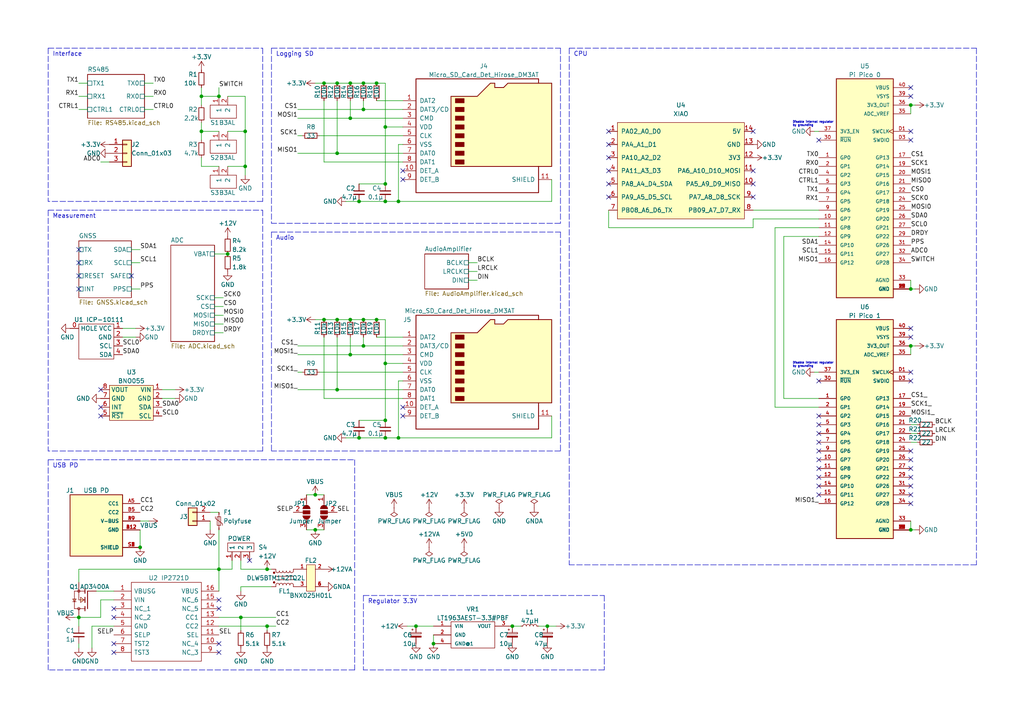
<source format=kicad_sch>
(kicad_sch (version 20211123) (generator eeschema)
  (paper "A4")
  (junction (at 101.6 102.87))
  (junction (at 111.76 36.83))
  (junction (at 111.76 58.42))
  (junction (at 97.79 24.13))
  (junction (at 91.44 143.51))
  (junction (at 97.79 92.71))
  (junction (at 77.47 181.61))
  (junction (at 66.04 73.66))
  (junction (at 111.76 127))
  (junction (at 91.44 153.67))
  (junction (at 101.6 24.13))
  (junction (at 101.6 92.71))
  (junction (at 40.64 158.75))
  (junction (at 264.16 30.48))
  (junction (at 105.41 24.13))
  (junction (at 97.79 44.45))
  (junction (at 71.12 48.26))
  (junction (at 264.16 153.67))
  (junction (at 111.76 121.92))
  (junction (at 104.14 58.42))
  (junction (at 101.6 34.29))
  (junction (at 58.42 27.94))
  (junction (at 264.16 100.33))
  (junction (at 63.5 27.94))
  (junction (at 148.59 181.61))
  (junction (at 69.85 179.07))
  (junction (at 109.22 92.71))
  (junction (at 22.86 179.07))
  (junction (at 97.79 113.03))
  (junction (at 125.73 186.69))
  (junction (at 105.41 31.75))
  (junction (at 158.75 181.61))
  (junction (at 264.16 83.82))
  (junction (at 109.22 24.13))
  (junction (at 77.47 165.1))
  (junction (at 93.98 92.71))
  (junction (at 58.42 38.1))
  (junction (at 120.65 181.61))
  (junction (at 71.12 38.1))
  (junction (at 104.14 127))
  (junction (at 111.76 53.34))
  (junction (at 93.98 24.13))
  (junction (at 105.41 92.71))
  (junction (at 63.5 165.1))
  (junction (at 115.57 58.42))
  (junction (at 105.41 100.33))
  (junction (at 111.76 105.41))
  (junction (at 115.57 127))
  (no_connect (at 116.84 120.65))
  (no_connect (at 116.84 118.11))
  (no_connect (at 264.16 40.64))
  (no_connect (at 264.16 38.1))
  (no_connect (at 116.84 52.07))
  (no_connect (at 116.84 49.53))
  (no_connect (at 29.21 113.03))
  (no_connect (at 29.21 120.65))
  (no_connect (at 237.49 110.49))
  (no_connect (at 72.39 162.56))
  (no_connect (at 264.16 27.94))
  (no_connect (at 264.16 25.4))
  (no_connect (at 218.44 38.1))
  (no_connect (at 63.5 176.53))
  (no_connect (at 63.5 173.99))
  (no_connect (at 29.21 118.11))
  (no_connect (at 176.53 45.72))
  (no_connect (at 176.53 38.1))
  (no_connect (at 176.53 41.91))
  (no_connect (at 176.53 49.53))
  (no_connect (at 176.53 53.34))
  (no_connect (at 218.44 49.53))
  (no_connect (at 218.44 57.15))
  (no_connect (at 218.44 53.34))
  (no_connect (at 176.53 57.15))
  (no_connect (at 33.02 179.07))
  (no_connect (at 33.02 176.53))
  (no_connect (at 63.5 189.23))
  (no_connect (at 63.5 186.69))
  (no_connect (at 38.1 80.01))
  (no_connect (at 22.86 72.39))
  (no_connect (at 22.86 83.82))
  (no_connect (at 22.86 80.01))
  (no_connect (at 22.86 76.2))
  (no_connect (at 264.16 95.25))
  (no_connect (at 237.49 40.64))
  (no_connect (at 264.16 97.79))
  (no_connect (at 33.02 186.69))
  (no_connect (at 33.02 189.23))
  (no_connect (at 264.16 107.95))
  (no_connect (at 264.16 110.49))
  (no_connect (at 237.49 143.51))
  (no_connect (at 237.49 138.43))
  (no_connect (at 237.49 135.89))
  (no_connect (at 264.16 138.43))
  (no_connect (at 264.16 135.89))
  (no_connect (at 264.16 133.35))
  (no_connect (at 264.16 130.81))
  (no_connect (at 237.49 120.65))
  (no_connect (at 264.16 146.05))
  (no_connect (at 264.16 143.51))
  (no_connect (at 264.16 140.97))
  (no_connect (at 237.49 140.97))
  (no_connect (at 237.49 133.35))
  (no_connect (at 237.49 130.81))
  (no_connect (at 237.49 128.27))
  (no_connect (at 237.49 125.73))
  (no_connect (at 237.49 123.19))
  (wire (pts (xy 71.12 38.1) (xy 71.12 48.26)))
  (wire (pts (xy 97.79 92.71) (xy 93.98 92.71)))
  (wire (pts (xy 109.22 92.71) (xy 105.41 92.71)))
  (polyline (pts (xy 162.56 13.97) (xy 162.56 64.77)))
  (wire (pts (xy 116.84 41.91) (xy 115.57 41.91)))
  (wire (pts (xy 29.21 46.99) (xy 31.75 46.99)))
  (wire (pts (xy 116.84 110.49) (xy 115.57 110.49)))
  (polyline (pts (xy 102.87 133.35) (xy 102.87 194.31)))
  (wire (pts (xy 105.41 29.21) (xy 105.41 31.75)))
  (wire (pts (xy 93.98 46.99) (xy 93.98 29.21)))
  (wire (pts (xy 62.23 96.52) (xy 64.77 96.52)))
  (wire (pts (xy 264.16 123.19) (xy 266.065 123.19)))
  (wire (pts (xy 111.76 127) (xy 115.57 127)))
  (wire (pts (xy 21.59 179.07) (xy 22.86 179.07)))
  (wire (pts (xy 111.76 36.83) (xy 111.76 24.13)))
  (wire (pts (xy 58.42 38.1) (xy 58.42 40.64)))
  (polyline (pts (xy 162.56 130.81) (xy 78.74 130.81)))
  (wire (pts (xy 236.22 107.95) (xy 237.49 107.95)))
  (wire (pts (xy 50.8 113.03) (xy 46.99 113.03)))
  (wire (pts (xy 100.33 58.42) (xy 104.14 58.42)))
  (wire (pts (xy 38.1 83.82) (xy 40.64 83.82)))
  (wire (pts (xy 111.76 58.42) (xy 115.57 58.42)))
  (wire (pts (xy 80.01 181.61) (xy 77.47 181.61)))
  (wire (pts (xy 60.96 148.59) (xy 63.5 148.59)))
  (wire (pts (xy 125.73 184.15) (xy 125.73 186.69)))
  (polyline (pts (xy 283.21 163.83) (xy 165.1 163.83)))
  (wire (pts (xy 104.14 53.34) (xy 111.76 53.34)))
  (wire (pts (xy 27.94 171.45) (xy 33.02 171.45)))
  (wire (pts (xy 100.33 127) (xy 104.14 127)))
  (wire (pts (xy 67.31 165.1) (xy 67.31 162.56)))
  (wire (pts (xy 264.16 100.33) (xy 264.16 102.87)))
  (wire (pts (xy 97.79 113.03) (xy 116.84 113.03)))
  (wire (pts (xy 264.16 100.33) (xy 265.43 100.33)))
  (wire (pts (xy 160.02 127) (xy 160.02 120.65)))
  (wire (pts (xy 264.16 151.13) (xy 264.16 153.67)))
  (wire (pts (xy 22.86 165.1) (xy 22.86 168.91)))
  (wire (pts (xy 86.36 44.45) (xy 97.79 44.45)))
  (wire (pts (xy 63.5 165.1) (xy 67.31 165.1)))
  (polyline (pts (xy 162.56 67.31) (xy 162.56 130.81)))
  (wire (pts (xy 105.41 97.79) (xy 105.41 100.33)))
  (wire (pts (xy 58.42 38.1) (xy 63.5 38.1)))
  (wire (pts (xy 101.6 29.21) (xy 101.6 34.29)))
  (wire (pts (xy 22.86 31.75) (xy 25.4 31.75)))
  (wire (pts (xy 22.86 179.07) (xy 29.21 179.07)))
  (wire (pts (xy 111.76 24.13) (xy 109.22 24.13)))
  (wire (pts (xy 26.67 181.61) (xy 26.67 187.96)))
  (polyline (pts (xy 13.97 13.97) (xy 76.2 13.97)))
  (wire (pts (xy 86.36 31.75) (xy 105.41 31.75)))
  (wire (pts (xy 77.47 165.1) (xy 78.74 165.1)))
  (wire (pts (xy 105.41 31.75) (xy 116.84 31.75)))
  (wire (pts (xy 101.6 34.29) (xy 116.84 34.29)))
  (polyline (pts (xy 175.26 172.72) (xy 175.26 194.31)))
  (wire (pts (xy 86.36 39.37) (xy 87.63 39.37)))
  (wire (pts (xy 80.01 179.07) (xy 69.85 179.07)))
  (wire (pts (xy 66.04 38.1) (xy 71.12 38.1)))
  (wire (pts (xy 22.86 165.1) (xy 63.5 165.1)))
  (polyline (pts (xy 13.97 60.96) (xy 76.2 60.96)))
  (wire (pts (xy 237.49 68.58) (xy 227.33 68.58)))
  (wire (pts (xy 176.53 66.04) (xy 176.53 60.96)))
  (wire (pts (xy 264.16 128.27) (xy 266.065 128.27)))
  (polyline (pts (xy 76.2 60.96) (xy 76.2 130.81)))
  (wire (pts (xy 97.79 44.45) (xy 116.84 44.45)))
  (wire (pts (xy 116.84 105.41) (xy 111.76 105.41)))
  (wire (pts (xy 63.5 27.94) (xy 63.5 25.4)))
  (wire (pts (xy 111.76 105.41) (xy 111.76 121.92)))
  (wire (pts (xy 93.98 92.71) (xy 91.44 92.71)))
  (wire (pts (xy 38.1 72.39) (xy 40.64 72.39)))
  (wire (pts (xy 69.85 165.1) (xy 77.47 165.1)))
  (wire (pts (xy 86.36 102.87) (xy 101.6 102.87)))
  (wire (pts (xy 109.22 97.79) (xy 116.84 97.79)))
  (wire (pts (xy 91.44 153.67) (xy 93.98 153.67)))
  (wire (pts (xy 69.85 170.18) (xy 78.74 170.18)))
  (wire (pts (xy 63.5 171.45) (xy 63.5 165.1)))
  (wire (pts (xy 43.18 151.13) (xy 40.64 151.13)))
  (polyline (pts (xy 13.97 133.35) (xy 102.87 133.35)))
  (wire (pts (xy 264.16 30.48) (xy 264.16 33.02)))
  (wire (pts (xy 135.89 78.74) (xy 138.43 78.74)))
  (wire (pts (xy 38.1 76.2) (xy 40.64 76.2)))
  (wire (pts (xy 218.44 63.5) (xy 218.44 66.04)))
  (wire (pts (xy 41.91 24.13) (xy 44.45 24.13)))
  (wire (pts (xy 29.21 173.99) (xy 33.02 173.99)))
  (wire (pts (xy 22.86 24.13) (xy 25.4 24.13)))
  (wire (pts (xy 63.5 153.67) (xy 63.5 165.1)))
  (wire (pts (xy 97.79 97.79) (xy 97.79 113.03)))
  (polyline (pts (xy 175.26 194.31) (xy 105.41 194.31)))
  (wire (pts (xy 115.57 127) (xy 160.02 127)))
  (polyline (pts (xy 105.41 172.72) (xy 105.41 194.31)))
  (wire (pts (xy 116.84 115.57) (xy 93.98 115.57)))
  (wire (pts (xy 66.04 48.26) (xy 71.12 48.26)))
  (wire (pts (xy 88.9 143.51) (xy 91.44 143.51)))
  (wire (pts (xy 101.6 102.87) (xy 116.84 102.87)))
  (wire (pts (xy 115.57 58.42) (xy 160.02 58.42)))
  (wire (pts (xy 224.79 118.11) (xy 237.49 118.11)))
  (wire (pts (xy 156.21 181.61) (xy 158.75 181.61)))
  (wire (pts (xy 111.76 36.83) (xy 111.76 53.34)))
  (wire (pts (xy 58.42 35.56) (xy 58.42 38.1)))
  (wire (pts (xy 62.23 88.9) (xy 64.77 88.9)))
  (wire (pts (xy 41.91 31.75) (xy 44.45 31.75)))
  (wire (pts (xy 93.98 24.13) (xy 91.44 24.13)))
  (wire (pts (xy 58.42 48.26) (xy 63.5 48.26)))
  (wire (pts (xy 224.79 66.04) (xy 224.79 118.11)))
  (wire (pts (xy 33.02 181.61) (xy 26.67 181.61)))
  (wire (pts (xy 264.16 125.73) (xy 266.065 125.73)))
  (polyline (pts (xy 78.74 13.97) (xy 162.56 13.97)))
  (wire (pts (xy 111.76 92.71) (xy 109.22 92.71)))
  (wire (pts (xy 22.86 179.07) (xy 22.86 181.61)))
  (wire (pts (xy 41.91 27.94) (xy 44.45 27.94)))
  (wire (pts (xy 237.49 63.5) (xy 218.44 63.5)))
  (wire (pts (xy 39.37 95.25) (xy 35.56 95.25)))
  (wire (pts (xy 69.85 179.07) (xy 69.85 182.88)))
  (wire (pts (xy 101.6 24.13) (xy 97.79 24.13)))
  (wire (pts (xy 86.36 34.29) (xy 101.6 34.29)))
  (wire (pts (xy 29.21 179.07) (xy 29.21 173.99)))
  (wire (pts (xy 218.44 60.96) (xy 237.49 60.96)))
  (polyline (pts (xy 102.87 194.31) (xy 13.97 194.31)))
  (wire (pts (xy 101.6 97.79) (xy 101.6 102.87)))
  (wire (pts (xy 265.43 153.67) (xy 264.16 153.67)))
  (wire (pts (xy 236.22 38.1) (xy 237.49 38.1)))
  (wire (pts (xy 40.64 153.67) (xy 40.64 158.75)))
  (polyline (pts (xy 13.97 133.35) (xy 13.97 194.31)))
  (wire (pts (xy 104.14 127) (xy 111.76 127)))
  (wire (pts (xy 39.37 97.79) (xy 35.56 97.79)))
  (wire (pts (xy 77.47 181.61) (xy 63.5 181.61)))
  (polyline (pts (xy 76.2 58.42) (xy 13.97 58.42)))
  (wire (pts (xy 60.96 153.67) (xy 60.96 151.13)))
  (wire (pts (xy 116.84 36.83) (xy 111.76 36.83)))
  (wire (pts (xy 104.14 121.92) (xy 111.76 121.92)))
  (wire (pts (xy 86.36 113.03) (xy 97.79 113.03)))
  (wire (pts (xy 104.14 58.42) (xy 111.76 58.42)))
  (polyline (pts (xy 76.2 13.97) (xy 76.2 58.42)))
  (wire (pts (xy 58.42 27.94) (xy 63.5 27.94)))
  (wire (pts (xy 105.41 92.71) (xy 101.6 92.71)))
  (wire (pts (xy 227.33 68.58) (xy 227.33 115.57)))
  (wire (pts (xy 69.85 162.56) (xy 69.85 165.1)))
  (wire (pts (xy 109.22 29.21) (xy 116.84 29.21)))
  (polyline (pts (xy 78.74 67.31) (xy 162.56 67.31)))
  (wire (pts (xy 101.6 92.71) (xy 97.79 92.71)))
  (wire (pts (xy 92.71 39.37) (xy 116.84 39.37)))
  (wire (pts (xy 88.9 153.67) (xy 91.44 153.67)))
  (wire (pts (xy 86.36 100.33) (xy 105.41 100.33)))
  (wire (pts (xy 160.02 58.42) (xy 160.02 52.07)))
  (wire (pts (xy 71.12 48.26) (xy 71.12 50.8)))
  (polyline (pts (xy 78.74 67.31) (xy 78.74 130.81)))
  (wire (pts (xy 265.43 83.82) (xy 264.16 83.82)))
  (wire (pts (xy 66.04 27.94) (xy 71.12 27.94)))
  (wire (pts (xy 109.22 24.13) (xy 105.41 24.13)))
  (wire (pts (xy 135.89 81.28) (xy 138.43 81.28)))
  (wire (pts (xy 115.57 41.91) (xy 115.57 58.42)))
  (wire (pts (xy 218.44 66.04) (xy 176.53 66.04)))
  (wire (pts (xy 148.59 181.61) (xy 151.13 181.61)))
  (polyline (pts (xy 283.21 13.97) (xy 283.21 163.83)))
  (wire (pts (xy 62.23 86.36) (xy 64.77 86.36)))
  (wire (pts (xy 97.79 24.13) (xy 93.98 24.13)))
  (wire (pts (xy 50.8 115.57) (xy 46.99 115.57)))
  (wire (pts (xy 118.11 181.61) (xy 120.65 181.61)))
  (wire (pts (xy 91.44 143.51) (xy 93.98 143.51)))
  (wire (pts (xy 62.23 91.44) (xy 64.77 91.44)))
  (wire (pts (xy 58.42 27.94) (xy 58.42 30.48)))
  (wire (pts (xy 62.23 93.98) (xy 64.77 93.98)))
  (wire (pts (xy 120.65 181.61) (xy 125.73 181.61)))
  (polyline (pts (xy 78.74 13.97) (xy 78.74 64.77)))
  (wire (pts (xy 58.42 25.4) (xy 58.42 27.94)))
  (polyline (pts (xy 105.41 172.72) (xy 175.26 172.72)))
  (wire (pts (xy 135.89 76.2) (xy 138.43 76.2)))
  (wire (pts (xy 158.75 181.61) (xy 161.29 181.61)))
  (wire (pts (xy 22.86 186.69) (xy 22.86 187.96)))
  (wire (pts (xy 105.41 100.33) (xy 116.84 100.33)))
  (wire (pts (xy 62.23 73.66) (xy 66.04 73.66)))
  (polyline (pts (xy 13.97 13.97) (xy 13.97 58.42)))
  (wire (pts (xy 86.36 107.95) (xy 87.63 107.95)))
  (wire (pts (xy 115.57 110.49) (xy 115.57 127)))
  (wire (pts (xy 92.71 107.95) (xy 116.84 107.95)))
  (wire (pts (xy 116.84 46.99) (xy 93.98 46.99)))
  (wire (pts (xy 237.49 66.04) (xy 224.79 66.04)))
  (polyline (pts (xy 162.56 64.77) (xy 78.74 64.77)))
  (polyline (pts (xy 165.1 13.97) (xy 283.21 13.97)))
  (wire (pts (xy 71.12 27.94) (xy 71.12 38.1)))
  (wire (pts (xy 227.33 115.57) (xy 237.49 115.57)))
  (polyline (pts (xy 165.1 13.97) (xy 165.1 163.83)))
  (polyline (pts (xy 76.2 130.81) (xy 13.97 130.81)))
  (wire (pts (xy 69.85 179.07) (xy 63.5 179.07)))
  (wire (pts (xy 93.98 115.57) (xy 93.98 97.79)))
  (wire (pts (xy 264.16 81.28) (xy 264.16 83.82)))
  (wire (pts (xy 97.79 29.21) (xy 97.79 44.45)))
  (polyline (pts (xy 13.97 60.96) (xy 13.97 130.81)))
  (wire (pts (xy 22.86 27.94) (xy 25.4 27.94)))
  (wire (pts (xy 58.42 45.72) (xy 58.42 48.26)))
  (wire (pts (xy 77.47 181.61) (xy 77.47 182.88)))
  (wire (pts (xy 111.76 105.41) (xy 111.76 92.71)))
  (wire (pts (xy 105.41 24.13) (xy 101.6 24.13)))
  (wire (pts (xy 264.16 30.48) (xy 265.43 30.48)))
  (wire (pts (xy 69.85 171.45) (xy 69.85 170.18)))
  (text "CPU" (at 166.37 16.51 0) (effects (font (size 1.27 1.27)) (justify left bottom)))
  (text "Measurement" (at 15.24 63.5 0) (effects (font (size 1.27 1.27)) (justify left bottom)))
  (text "Audio" (at 80.01 69.85 0) (effects (font (size 1.27 1.27)) (justify left bottom)))
  (text "USB PD" (at 15.24 135.89 0) (effects (font (size 1.27 1.27)) (justify left bottom)))
  (text "Interface" (at 15.24 16.51 0) (effects (font (size 1.27 1.27)) (justify left bottom)))
  (text "Disable internal regulator \nby grounding " (at 229.87 106.68 0) (effects (font (size 0.6 0.6)) (justify left bottom)))
  (text "Regulator 3.3V" (at 106.68 175.26 0) (effects (font (size 1.27 1.27)) (justify left bottom)))
  (text "Disable internal regulator \nby grounding " (at 229.87 36.83 0) (effects (font (size 0.6 0.6)) (justify left bottom)))
  (text "Logging SD" (at 80.01 16.51 0) (effects (font (size 1.27 1.27)) (justify left bottom)))
  (label "CS1_" (at 264.16 115.57 0))
  (label "CC1" (at 80.01 179.07 0))
  (label "ADC0" (at 29.21 46.99 180))
  (label "DIN" (at 138.43 81.28 0))
  (label "SCK1_" (at 264.16 118.11 0))
  (label "SDA1" (at 237.49 71.12 180))
  (label "MISO1" (at 86.36 44.45 180))
  (label "CS0" (at 264.16 55.88 0))
  (label "SCK1" (at 264.16 48.26 0))
  (label "TX0" (at 237.49 45.72 180))
  (label "DRDY" (at 264.16 68.58 0))
  (label "MISO0" (at 64.77 93.98 0))
  (label "SWITCH" (at 63.5 25.4 0))
  (label "CC2" (at 40.64 148.59 0))
  (label "SCL0" (at 264.16 66.04 0))
  (label "SDA0" (at 264.16 63.5 0))
  (label "MOSI1_" (at 86.36 102.87 180))
  (label "SCL0" (at 46.99 120.65 0))
  (label "PPS" (at 264.16 71.12 0))
  (label "SEL" (at 97.79 148.59 0))
  (label "DRDY" (at 64.77 96.52 0))
  (label "CS1" (at 264.16 45.72 0))
  (label "BCLK" (at 271.145 123.19 0))
  (label "SCL0" (at 35.56 100.33 0))
  (label "CC1" (at 40.64 146.05 0))
  (label "ADC0" (at 264.16 73.66 0))
  (label "SELP" (at 85.09 148.59 180))
  (label "SCL1" (at 40.64 76.2 0))
  (label "SCK0" (at 64.77 86.36 0))
  (label "MOSI1_" (at 264.16 120.65 0))
  (label "CTRL0" (at 237.49 50.8 180))
  (label "CTRL1" (at 237.49 53.34 180))
  (label "MOSI1" (at 86.36 34.29 180))
  (label "SDA1" (at 40.64 72.39 0))
  (label "MOSI0" (at 64.77 91.44 0))
  (label "LRCLK" (at 271.145 125.73 0))
  (label "RX0" (at 237.49 48.26 180))
  (label "RX1" (at 237.49 58.42 180))
  (label "TX0" (at 44.45 24.13 0))
  (label "BCLK" (at 138.43 76.2 0))
  (label "RX0" (at 44.45 27.94 0))
  (label "CS1_" (at 86.36 100.33 180))
  (label "PPS" (at 40.64 83.82 0))
  (label "SCL1" (at 237.49 73.66 180))
  (label "DIN" (at 271.145 128.27 0))
  (label "SCK1_" (at 86.36 107.95 180))
  (label "SELP" (at 33.02 184.15 180))
  (label "RX1" (at 22.86 27.94 180))
  (label "SWITCH" (at 264.16 76.2 0))
  (label "SDA0" (at 35.56 102.87 0))
  (label "MOSI1" (at 264.16 50.8 0))
  (label "SEL" (at 63.5 184.15 0))
  (label "CS0" (at 64.77 88.9 0))
  (label "MISO1_" (at 237.49 146.05 180))
  (label "CS1" (at 86.36 31.75 180))
  (label "SCK1" (at 86.36 39.37 180))
  (label "LRCLK" (at 138.43 78.74 0))
  (label "TX1" (at 237.49 55.88 180))
  (label "MOSI0" (at 264.16 60.96 0))
  (label "MISO1" (at 237.49 76.2 180))
  (label "TX1" (at 22.86 24.13 180))
  (label "MISO1_" (at 86.36 113.03 180))
  (label "CTRL0" (at 44.45 31.75 0))
  (label "CC2" (at 80.01 181.61 0))
  (label "SCK0" (at 264.16 58.42 0))
  (label "MISO0" (at 264.16 53.34 0))
  (label "SDA0" (at 46.99 118.11 0))
  (label "CTRL1" (at 22.86 31.75 180))
  (symbol (lib_id "power:PWR_FLAG") (at 134.62 158.75 180) (unit 1)
    (property "Reference" "#FLG05" (effects hide))
    (property "Value" "PWR_FLAG" (at 134.62 162.56 0))
  )
  (symbol (lib_id "Jumper:SolderJumper_3_Open") (at 93.98 148.59 90) (mirror x) (unit 1)
    (property "Reference" "JP2" (at 97.79 146.05 90) (effects (justify left)))
    (property "Value" "Jumper" (at 99.06 151.13 90) (effects (justify left)))
    (property "Footprint" "Jumper:SolderJumper-3_P2.0mm_Open_TrianglePad1.0x1.5mm_NumberLabels" (effects hide))
  )
  (symbol (lib_id "power:GNDA") (at 154.94 147.32 0) (unit 1)
    (property "Reference" "#PWR041" (effects hide))
    (property "Value" "GNDA" (at 154.94 151.13 0))
  )
  (symbol (lib_id "power:GND") (at 69.85 171.45 0) (unit 1)
    (property "Reference" "#PWR018" (effects hide))
    (property "Value" "GND" (at 69.85 175.26 0))
  )
  (symbol (lib_id "Device:R_Small") (at 93.98 95.25 180) (unit 1)
    (property "Reference" "R11" (at 92.075 95.25 90))
    (property "Value" "10k" (at 93.98 95.25 90))
    (property "Footprint" "Resistor_SMD:R_0603_1608Metric_Pad0.98x0.95mm_HandSolder" (effects hide))
  )
  (symbol (lib_id "Raspberry_Pi_Pico:SC0915") (at 250.19 53.34 0) (unit 1)
    (property "Reference" "U5" (at 250.825 19.1602 0))
    (property "Value" "Pi Pico 0" (at 250.825 21.6971 0))
    (property "Footprint" "Raspberry_Pi_Pico:Raspberry_Pi_Pico" (effects hide))
    (property "MAXIMUM_PACKAGE_HEIGHT" "3.73mm" (effects hide))
    (property "MANUFACTURER" "Raspberry Pi" (effects hide))
    (property "PARTREV" "1.6" (effects hide))
    (property "STANDARD" "Manufacturer Recommendations" (effects hide))
  )
  (symbol (lib_id "Device:R_Small") (at 90.17 39.37 90) (unit 1)
    (property "Reference" "R8" (at 90.17 36.83 90))
    (property "Value" "33" (at 90.17 39.37 90))
    (property "Footprint" "Resistor_SMD:R_0603_1608Metric_Pad0.98x0.95mm_HandSolder" (effects hide))
  )
  (symbol (lib_id "power:+12V") (at 118.11 181.61 90) (unit 1)
    (property "Reference" "#PWR032" (effects hide))
    (property "Value" "+12V" (at 115.57 181.61 90) (effects (justify left)))
  )
  (symbol (lib_id "power:GND") (at 100.33 127 270) (unit 1)
    (property "Reference" "#PWR030" (effects hide))
    (property "Value" "GND" (at 97.79 127 90) (effects (justify right)))
  )
  (symbol (lib_id "power:GND") (at 91.44 153.67 0) (unit 1)
    (property "Reference" "#PWR026" (effects hide))
    (property "Value" "GND" (at 91.44 157.48 0))
  )
  (symbol (lib_id "power:GND") (at 29.21 115.57 270) (unit 1)
    (property "Reference" "#PWR05" (effects hide))
    (property "Value" "GND" (at 24.13 115.57 90))
  )
  (symbol (lib_id "power:GND") (at 69.85 187.96 0) (unit 1)
    (property "Reference" "#PWR019" (effects hide))
    (property "Value" "GND" (at 69.85 191.77 0))
  )
  (symbol (lib_id "Device:R_Small") (at 105.41 95.25 180) (unit 1)
    (property "Reference" "R17" (at 103.505 95.25 90))
    (property "Value" "10k" (at 105.41 95.25 90))
    (property "Footprint" "Resistor_SMD:R_0603_1608Metric_Pad0.98x0.95mm_HandSolder" (effects hide))
  )
  (symbol (lib_id "Device:R_Small") (at 69.85 185.42 0) (unit 1)
    (property "Reference" "R6" (at 71.12 184.15 0) (effects (justify left)))
    (property "Value" "5.1k" (at 71.12 186.69 0) (effects (justify left)))
    (property "Footprint" "Resistor_SMD:R_0603_1608Metric_Pad0.98x0.95mm_HandSolder" (effects hide))
  )
  (symbol (lib_id "power:GND") (at 148.59 186.69 0) (unit 1)
    (property "Reference" "#PWR040" (effects hide))
    (property "Value" "GND" (at 148.59 190.5 0))
  )
  (symbol (lib_id "Device:R_Small") (at 58.42 43.18 0) (unit 1)
    (property "Reference" "R3" (at 54.61 41.91 0) (effects (justify left)))
    (property "Value" "4.7k" (at 53.34 44.45 0) (effects (justify left)))
    (property "Footprint" "Resistor_SMD:R_0603_1608Metric_Pad0.98x0.95mm_HandSolder" (effects hide))
  )
  (symbol (lib_id "Device:C_Small") (at 104.14 55.88 0) (unit 1)
    (property "Reference" "C2" (at 100.33 54.61 0) (effects (justify left)))
    (property "Value" "4.7μ" (at 99.06 57.15 0) (effects (justify left)))
    (property "Footprint" "Capacitor_SMD:C_0603_1608Metric_Pad1.08x0.95mm_HandSolder" (effects hide))
  )
  (symbol (lib_id "RS_PRO_PCB_Slide_Switch_SPDT_Latching_3A_120V_ac_Top:RS_PRO_PCB_Slide_Switch_SPDT_Latching_3A_120V_ac_Top") (at 69.85 158.75 0) (unit 1)
    (property "Reference" "S4" (at 74.93 158.75 0) (effects (justify left)))
    (property "Value" "POWER" (at 66.04 156.21 0) (effects (justify left)))
    (property "Footprint" "RS_PRO_PCB_Slide_Switch_SPDT_Latching_3A_120V_ac_Top:RS_PRO_PCB_Slide_Switch_SPDT_Latching_3A_120V_ac_Top" (effects hide))
  )
  (symbol (lib_id "Akizuki_BNO055:Akizuki_BNO055") (at 38.1 116.84 0) (mirror y) (unit 1)
    (property "Reference" "U3" (at 38.1 107.95 0))
    (property "Value" "BNO055" (at 38.1 110.49 0))
    (property "Footprint" "Akizuki_BNO055:Akizuki_BNO055" (effects hide))
  )
  (symbol (lib_id "Device:R_Small") (at 268.605 123.19 90) (unit 1)
    (property "Reference" "R20" (at 265.43 121.92 90))
    (property "Value" "22" (at 268.605 123.19 90))
    (property "Footprint" "Resistor_SMD:R_0603_1608Metric_Pad0.98x0.95mm_HandSolder" (effects hide))
  )
  (symbol (lib_id "Device:C_Small") (at 104.14 124.46 0) (unit 1)
    (property "Reference" "C3" (at 100.33 123.19 0) (effects (justify left)))
    (property "Value" "4.7μ" (at 99.06 125.73 0) (effects (justify left)))
    (property "Footprint" "Capacitor_SMD:C_0603_1608Metric_Pad1.08x0.95mm_HandSolder" (effects hide))
  )
  (symbol (lib_id "Device:R_Small") (at 101.6 95.25 180) (unit 1)
    (property "Reference" "R15" (at 99.695 95.25 90))
    (property "Value" "10k" (at 101.6 95.25 90))
    (property "Footprint" "Resistor_SMD:R_0603_1608Metric_Pad0.98x0.95mm_HandSolder" (effects hide))
  )
  (symbol (lib_id "B3AL-1002P-MS:B3AL-1002P-MS") (at 66.04 27.94 270) (unit 1)
    (property "Reference" "S1" (at 60.96 35.56 90) (effects (justify left)))
    (property "Value" "B3AL" (at 63.5 35.56 90) (effects (justify left)))
    (property "Footprint" "B3AL-1002P-MS:B3AL-1002P-MS" (effects hide))
    (property "Datasheet" "https://componentsearchengine.com/Datasheets/1/B3AL-1002P-MS.pdf" (effects hide))
    (property "Description" "OMRON ELECTRONIC COMPONENTS - B3AL-1002P-MS - TACTILE SWITCH, SPST-NO, 0.05A, 16V, SMT" (effects hide))
    (property "Height" "5.4" (effects hide))
    (property "Manufacturer_Name" "Omron Electronics" (effects hide))
    (property "Manufacturer_Part_Number" "B3AL-1002P-MS" (effects hide))
    (property "Mouser Part Number" "653-B3AL-1002P-MS" (effects hide))
    (property "Mouser Price/Stock" "https://www.mouser.co.uk/ProductDetail/Omron-Electronics/B3AL-1002P-MS?qs=HXFqYaX1Q2yMcMO0j50f3A%3D%3D" (effects hide))
    (property "Arrow Part Number" "B3AL-1002P-MS" (effects hide))
    (property "Arrow Price/Stock" "https://www.arrow.com/en/products/b3al-1002p-ms/omron?region=nac" (effects hide))
  )
  (symbol (lib_id "power:GND") (at 20.32 95.25 270) (unit 1)
    (property "Reference" "#PWR01" (effects hide))
    (property "Value" "GND" (at 21.59 97.79 90) (effects (justify right)))
  )
  (symbol (lib_id "power:+3.3V") (at 50.8 113.03 270) (unit 1)
    (property "Reference" "#PWR012" (effects hide))
    (property "Value" "+3.3V" (at 53.34 113.03 90) (effects (justify left)))
  )
  (symbol (lib_id "Device:C_Small") (at 111.76 55.88 0) (unit 1)
    (property "Reference" "C4" (at 107.95 54.61 0) (effects (justify left)))
    (property "Value" "0.1μ" (at 106.68 57.15 0) (effects (justify left)))
    (property "Footprint" "Capacitor_SMD:C_0603_1608Metric_Pad1.08x0.95mm_HandSolder" (effects hide))
  )
  (symbol (lib_id "Seeed_Studio_XIAO_nRF52840_Sense:Seeed_Studio_XIAO_nRF52840_Sense") (at 198.12 49.53 0) (unit 1)
    (property "Reference" "U4" (at 197.485 30.48 0))
    (property "Value" "XIAO" (at 197.485 33.02 0))
    (property "Footprint" "Seeed_Studio_XIAO_nRF52840_Sense:Seeed_Studio_XIAO_nRF52840_Sense" (effects hide))
  )
  (symbol (lib_id "Device:Polyfuse_Small") (at 63.5 151.13 0) (unit 1)
    (property "Reference" "F1" (at 64.77 148.59 0) (effects (justify left)))
    (property "Value" "Polyfuse" (at 64.77 151.13 0) (effects (justify left)))
    (property "Footprint" "ASMDC300F_24-2:ASMDC300F_24-2" (effects hide))
  )
  (symbol (lib_id "B3AL-1002P-MS:B3AL-1002P-MS") (at 66.04 38.1 270) (unit 1)
    (property "Reference" "S2" (at 60.96 45.72 90) (effects (justify left)))
    (property "Value" "B3AL" (at 63.5 45.72 90) (effects (justify left)))
    (property "Footprint" "B3AL-1002P-MS:B3AL-1002P-MS" (effects hide))
    (property "Datasheet" "https://componentsearchengine.com/Datasheets/1/B3AL-1002P-MS.pdf" (effects hide))
    (property "Description" "OMRON ELECTRONIC COMPONENTS - B3AL-1002P-MS - TACTILE SWITCH, SPST-NO, 0.05A, 16V, SMT" (effects hide))
    (property "Height" "5.4" (effects hide))
    (property "Manufacturer_Name" "Omron Electronics" (effects hide))
    (property "Manufacturer_Part_Number" "B3AL-1002P-MS" (effects hide))
    (property "Mouser Part Number" "653-B3AL-1002P-MS" (effects hide))
    (property "Mouser Price/Stock" "https://www.mouser.co.uk/ProductDetail/Omron-Electronics/B3AL-1002P-MS?qs=HXFqYaX1Q2yMcMO0j50f3A%3D%3D" (effects hide))
    (property "Arrow Part Number" "B3AL-1002P-MS" (effects hide))
    (property "Arrow Price/Stock" "https://www.arrow.com/en/products/b3al-1002p-ms/omron?region=nac" (effects hide))
  )
  (symbol (lib_id "power:VBUS") (at 114.3 147.32 0) (unit 1)
    (property "Reference" "#PWR031" (effects hide))
    (property "Value" "VBUS" (at 111.76 143.51 0) (effects (justify left)))
  )
  (symbol (lib_id "Raspberry_Pi_Pico:SC0915") (at 250.19 123.19 0) (unit 1)
    (property "Reference" "U6" (at 250.825 89.0102 0))
    (property "Value" "Pi Pico 1" (at 250.825 91.5471 0))
    (property "Footprint" "Raspberry_Pi_Pico:Raspberry_Pi_Pico" (effects hide))
    (property "MAXIMUM_PACKAGE_HEIGHT" "3.73mm" (effects hide))
    (property "MANUFACTURER" "Raspberry Pi" (effects hide))
    (property "PARTREV" "1.6" (effects hide))
    (property "STANDARD" "Manufacturer Recommendations" (effects hide))
  )
  (symbol (lib_id "power:GND") (at 158.75 186.69 0) (unit 1)
    (property "Reference" "#PWR042" (effects hide))
    (property "Value" "GND" (at 158.75 190.5 0))
  )
  (symbol (lib_id "power:+3.3V") (at 218.44 45.72 270) (unit 1)
    (property "Reference" "#PWR045" (effects hide))
    (property "Value" "+3.3V" (at 220.98 45.72 90) (effects (justify left)))
  )
  (symbol (lib_id "power:GND") (at 265.43 153.67 90) (unit 1)
    (property "Reference" "#PWR051" (effects hide))
    (property "Value" "GND" (at 267.97 153.67 90) (effects (justify right)))
  )
  (symbol (lib_id "Device:C_Polarized_Small") (at 148.59 184.15 0) (unit 1)
    (property "Reference" "C7" (at 144.78 184.15 0) (effects (justify left)))
    (property "Value" "10μ" (at 144.78 186.69 0) (effects (justify left)))
    (property "Footprint" "Capacitor_THT:CP_Radial_D6.3mm_P2.50mm" (effects hide))
  )
  (symbol (lib_id "power:+3.3V") (at 161.29 181.61 270) (mirror x) (unit 1)
    (property "Reference" "#PWR043" (effects hide))
    (property "Value" "+3.3V" (at 163.83 181.61 90) (effects (justify left)))
  )
  (symbol (lib_id "Fermion_Pressure_Sensor_ICP_10111:SEN0516") (at 33.02 104.14 0) (mirror y) (unit 1)
    (property "Reference" "U1" (at 22.86 92.71 0))
    (property "Value" "ICP-10111" (at 30.48 92.71 0))
    (property "Footprint" "Fermion_Pressure_Sensor_ICP_10111:Fermion_Pressure_Sensor_ICP_10111" (effects hide))
  )
  (symbol (lib_id "Jumper:SolderJumper_3_Open") (at 88.9 148.59 270) (unit 1)
    (property "Reference" "JP1" (at 85.09 146.05 90) (effects (justify left)))
    (property "Value" "Jumper" (at 83.82 151.13 90) (effects (justify left)))
    (property "Footprint" "Jumper:SolderJumper-3_P2.0mm_Open_TrianglePad1.0x1.5mm_NumberLabels" (effects hide))
  )
  (symbol (lib_id "power:+3.3V") (at 58.42 20.32 0) (unit 1)
    (property "Reference" "#PWR014" (effects hide))
    (property "Value" "+3.3V" (at 58.42 16.51 0))
  )
  (symbol (lib_id "LT1963AEST-3.3_PBF:LT1963AEST-3.3#PBF") (at 130.81 187.96 0) (unit 1)
    (property "Reference" "VR1" (at 137.16 176.691 0))
    (property "Value" "LT1963AEST-3.3#PBF" (at 137.16 179.2279 0))
    (property "Footprint" "LT1963AEST-3.3_PBF:LT1963AEST-3.3_PBF" (effects hide))
    (property "MPN" "LT1963AEST-3.3#PBF" (effects hide))
    (property "MANUFACTURER" "Linear Technology" (effects hide))
  )
  (symbol (lib_id "power:GND") (at 71.12 50.8 0) (unit 1)
    (property "Reference" "#PWR020" (effects hide))
    (property "Value" "GND" (at 71.12 54.61 0))
  )
  (symbol (lib_id "power:PWR_FLAG") (at 134.62 147.32 180) (unit 1)
    (property "Reference" "#FLG04" (effects hide))
    (property "Value" "PWR_FLAG" (at 134.62 151.13 0))
  )
  (symbol (lib_id "power:+3.3V") (at 91.44 24.13 90) (unit 1)
    (property "Reference" "#PWR023" (effects hide))
    (property "Value" "+3.3V" (at 88.9 24.13 90) (effects (justify left)))
  )
  (symbol (lib_id "Device:R_Small") (at 268.605 125.73 90) (unit 1)
    (property "Reference" "R21" (at 265.43 124.46 90))
    (property "Value" "22" (at 268.605 125.73 90))
    (property "Footprint" "Resistor_SMD:R_0603_1608Metric_Pad0.98x0.95mm_HandSolder" (effects hide))
  )
  (symbol (lib_id "Device:R_Small") (at 93.98 26.67 180) (unit 1)
    (property "Reference" "R10" (at 92.075 26.67 90))
    (property "Value" "10k" (at 93.98 26.67 90))
    (property "Footprint" "Resistor_SMD:R_0603_1608Metric_Pad0.98x0.95mm_HandSolder" (effects hide))
  )
  (symbol (lib_id "power:VBUS") (at 43.18 151.13 270) (unit 1)
    (property "Reference" "#PWR011" (effects hide))
    (property "Value" "VBUS" (at 40.64 152.4 90) (effects (justify left)))
  )
  (symbol (lib_id "Device:R_Small") (at 97.79 26.67 180) (unit 1)
    (property "Reference" "R12" (at 95.885 26.67 90))
    (property "Value" "10k" (at 97.79 26.67 90))
    (property "Footprint" "Resistor_SMD:R_0603_1608Metric_Pad0.98x0.95mm_HandSolder" (effects hide))
  )
  (symbol (lib_id "Device:C_Polarized_Small") (at 158.75 184.15 0) (unit 1)
    (property "Reference" "C8" (at 154.94 184.15 0) (effects (justify left)))
    (property "Value" "47μ" (at 154.94 186.69 0) (effects (justify left)))
    (property "Footprint" "Capacitor_THT:CP_Radial_D10.0mm_P5.00mm" (effects hide))
  )
  (symbol (lib_id "power:GND") (at 120.65 186.69 0) (unit 1)
    (property "Reference" "#PWR033" (effects hide))
    (property "Value" "GND" (at 120.65 190.5 0))
  )
  (symbol (lib_id "power:GND") (at 60.96 153.67 0) (unit 1)
    (property "Reference" "#PWR015" (effects hide))
    (property "Value" "GND" (at 60.96 157.48 0))
  )
  (symbol (lib_id "power:+3.3V") (at 31.75 41.91 90) (unit 1)
    (property "Reference" "#PWR06" (effects hide))
    (property "Value" "+3.3V" (at 29.21 41.91 90) (effects (justify left)))
  )
  (symbol (lib_id "power:PWR_FLAG") (at 114.3 147.32 180) (unit 1)
    (property "Reference" "#FLG01" (effects hide))
    (property "Value" "PWR_FLAG" (at 114.3 151.13 0))
  )
  (symbol (lib_id "IP2721:IP2721D") (at 33.02 171.45 0) (unit 1)
    (property "Reference" "U2" (at 44.45 167.64 0))
    (property "Value" "IP2721D" (at 50.8 167.64 0))
    (property "Footprint" "IP2721:IP2721" (effects hide))
    (property "Datasheet" "https://datasheet.lcsc.com/szlcsc/2006111335_INJOINIC-IP2721_C603176.pdf" (effects hide))
    (property "Description" "TYPEC/PD2.0/PD3.0 Physical Layer IC for USB TYPEC input Interfaces Working voltage: 3V~{25V}  Package: TSSOP16" (effects hide))
    (property "Height" "1.2" (effects hide))
    (property "Manufacturer_Name" "INJOINIC" (effects hide))
    (property "Manufacturer_Part_Number" "IP2721" (effects hide))
  )
  (symbol (lib_id "power:+5VD") (at 134.62 158.75 0) (unit 1)
    (property "Reference" "#PWR038" (effects hide))
    (property "Value" "+5VD" (at 134.62 154.94 0))
  )
  (symbol (lib_id "power:GND") (at 39.37 97.79 90) (unit 1)
    (property "Reference" "#PWR09" (effects hide))
    (property "Value" "GND" (at 41.91 97.79 90) (effects (justify right)))
  )
  (symbol (lib_id "Device:R_Small") (at 66.04 71.12 0) (unit 1)
    (property "Reference" "R4" (at 67.31 69.85 0) (effects (justify left)))
    (property "Value" "8.2k" (at 67.31 72.39 0) (effects (justify left)))
    (property "Footprint" "Resistor_SMD:R_0603_1608Metric_Pad0.98x0.95mm_HandSolder" (effects hide))
  )
  (symbol (lib_id "DLW5BTM142TQ2:DLW5BTM142TQ2L") (at 82.55 167.64 0) (unit 1)
    (property "Reference" "FL1" (at 82.55 171.45 0))
    (property "Value" "DLW5BTM142TQ2L" (at 80.01 167.64 0))
    (property "Footprint" "DLW5BTM142TQ2:DLW5BTM142TQ2" (effects hide))
    (property "MANUFACTURER" "Murata Electronics" (effects hide))
    (property "MAXIMUM_PACKAGE_HEIGHT" "2.5 mm" (effects hide))
    (property "PARTREV" "N/A" (effects hide))
    (property "STANDARD" "Manufacturer recommendations" (effects hide))
  )
  (symbol (lib_id "power:GND") (at 66.04 78.74 0) (unit 1)
    (property "Reference" "#PWR017" (effects hide))
    (property "Value" "GND" (at 66.04 82.55 0))
  )
  (symbol (lib_id "power:+3.3V") (at 265.43 30.48 270) (unit 1)
    (property "Reference" "#PWR048" (effects hide))
    (property "Value" "+3.3V" (at 267.97 30.48 90) (effects (justify left)))
  )
  (symbol (lib_id "power:GND") (at 265.43 83.82 90) (unit 1)
    (property "Reference" "#PWR049" (effects hide))
    (property "Value" "GND" (at 267.97 83.82 90) (effects (justify right)))
  )
  (symbol (lib_id "Connector_Generic:Conn_01x02") (at 55.88 151.13 180) (unit 1)
    (property "Reference" "J3" (at 52.07 149.86 0) (effects (justify right)))
    (property "Value" "Conn_01x02" (at 50.8 146.05 0) (effects (justify right)))
    (property "Footprint" "Connector_AMASS:AMASS_XT30PW-M_1x02_P2.50mm_Horizontal" (effects hide))
  )
  (symbol (lib_id "Device:R_Small") (at 58.42 33.02 0) (unit 1)
    (property "Reference" "R2" (at 54.61 31.75 0) (effects (justify left)))
    (property "Value" "2.2k" (at 53.34 34.29 0) (effects (justify left)))
    (property "Footprint" "Resistor_SMD:R_0603_1608Metric_Pad0.98x0.95mm_HandSolder" (effects hide))
  )
  (symbol (lib_id "USB_TypeC_6PIN:UJC-HP-3-SMT-TR") (at 27.94 151.13 0) (mirror y) (unit 1)
    (property "Reference" "J1" (at 20.32 142.24 0))
    (property "Value" "USB PD" (at 27.94 142.24 0))
    (property "Footprint" "USB_TypeC_6PIN:USB_TypeC_6PIN" (effects hide))
    (property "MANUFACTURER" "CUI Devices" (effects hide))
    (property "PARTREV" "04/30/2020" (effects hide))
    (property "MAXIMUM_PACKAGE_HEIGHT" "3.16mm" (effects hide))
    (property "STANDARD" "Manufacturer recommendations" (effects hide))
  )
  (symbol (lib_id "Device:R_Small") (at 77.47 185.42 0) (unit 1)
    (property "Reference" "R7" (at 78.74 184.15 0) (effects (justify left)))
    (property "Value" "5.1k" (at 78.74 186.69 0) (effects (justify left)))
    (property "Footprint" "Resistor_SMD:R_0603_1608Metric_Pad0.98x0.95mm_HandSolder" (effects hide))
  )
  (symbol (lib_id "Device:R_Small") (at 101.6 26.67 180) (unit 1)
    (property "Reference" "R14" (at 99.695 26.67 90))
    (property "Value" "10k" (at 101.6 26.67 90))
    (property "Footprint" "Resistor_SMD:R_0603_1608Metric_Pad0.98x0.95mm_HandSolder" (effects hide))
  )
  (symbol (lib_id "Device:C_Small") (at 22.86 184.15 0) (unit 1)
    (property "Reference" "C1" (at 19.05 182.88 0) (effects (justify left)))
    (property "Value" "1μ" (at 19.05 185.42 0) (effects (justify left)))
    (property "Footprint" "Capacitor_SMD:C_0603_1608Metric_Pad1.08x0.95mm_HandSolder" (effects hide))
  )
  (symbol (lib_id "B3AL-1002P-MS:B3AL-1002P-MS") (at 66.04 48.26 270) (unit 1)
    (property "Reference" "S3" (at 60.96 55.88 90) (effects (justify left)))
    (property "Value" "B3AL" (at 63.5 55.88 90) (effects (justify left)))
    (property "Footprint" "B3AL-1002P-MS:B3AL-1002P-MS" (effects hide))
    (property "Datasheet" "https://componentsearchengine.com/Datasheets/1/B3AL-1002P-MS.pdf" (effects hide))
    (property "Description" "OMRON ELECTRONIC COMPONENTS - B3AL-1002P-MS - TACTILE SWITCH, SPST-NO, 0.05A, 16V, SMT" (effects hide))
    (property "Height" "5.4" (effects hide))
    (property "Manufacturer_Name" "Omron Electronics" (effects hide))
    (property "Manufacturer_Part_Number" "B3AL-1002P-MS" (effects hide))
    (property "Mouser Part Number" "653-B3AL-1002P-MS" (effects hide))
    (property "Mouser Price/Stock" "https://www.mouser.co.uk/ProductDetail/Omron-Electronics/B3AL-1002P-MS?qs=HXFqYaX1Q2yMcMO0j50f3A%3D%3D" (effects hide))
    (property "Arrow Part Number" "B3AL-1002P-MS" (effects hide))
    (property "Arrow Price/Stock" "https://www.arrow.com/en/products/b3al-1002p-ms/omron?region=nac" (effects hide))
  )
  (symbol (lib_id "power:+3.3V") (at 39.37 95.25 270) (unit 1)
    (property "Reference" "#PWR08" (effects hide))
    (property "Value" "+3.3V" (at 41.91 95.25 90) (effects (justify left)))
  )
  (symbol (lib_id "power:GND") (at 31.75 44.45 270) (unit 1)
    (property "Reference" "#PWR07" (effects hide))
    (property "Value" "GND" (at 29.21 44.45 90) (effects (justify right)))
  )
  (symbol (lib_id "Device:R_Small") (at 268.605 128.27 90) (unit 1)
    (property "Reference" "R22" (at 265.43 127 90))
    (property "Value" "22" (at 268.605 128.27 90))
    (property "Footprint" "Resistor_SMD:R_0603_1608Metric_Pad0.98x0.95mm_HandSolder" (effects hide))
  )
  (symbol (lib_id "Connector_Generic:Conn_01x03") (at 36.83 44.45 0) (unit 1)
    (property "Reference" "J2" (at 38.1 41.91 0) (effects (justify left)))
    (property "Value" "Conn_01x03" (at 38.1 44.45 0) (effects (justify left)))
    (property "Footprint" "B03B-PASK-1:B03B-PASK-1" (effects hide))
  )
  (symbol (lib_id "power:+3.3V") (at 265.43 100.33 270) (unit 1)
    (property "Reference" "#PWR050" (effects hide))
    (property "Value" "+3.3V" (at 267.97 100.33 90) (effects (justify left)))
  )
  (symbol (lib_id "Device:R_Small") (at 109.22 95.25 180) (unit 1)
    (property "Reference" "R19" (at 107.315 95.25 90))
    (property "Value" "10k" (at 109.22 95.25 90))
    (property "Footprint" "Resistor_SMD:R_0603_1608Metric_Pad0.98x0.95mm_HandSolder" (effects hide))
  )
  (symbol (lib_id "power:GND") (at 236.22 107.95 270) (unit 1)
    (property "Reference" "#PWR047" (effects hide))
    (property "Value" "GND" (at 233.68 107.95 90) (effects (justify right)))
  )
  (symbol (lib_id "Device:R_Small") (at 105.41 26.67 180) (unit 1)
    (property "Reference" "R16" (at 103.505 26.67 90))
    (property "Value" "10k" (at 105.41 26.67 90))
    (property "Footprint" "Resistor_SMD:R_0603_1608Metric_Pad0.98x0.95mm_HandSolder" (effects hide))
  )
  (symbol (lib_id "Device:R_Small") (at 97.79 95.25 180) (unit 1)
    (property "Reference" "R13" (at 95.885 95.25 90))
    (property "Value" "10k" (at 97.79 95.25 90))
    (property "Footprint" "Resistor_SMD:R_0603_1608Metric_Pad0.98x0.95mm_HandSolder" (effects hide))
  )
  (symbol (lib_id "AO3400A:AO3400A") (at 25.4 173.99 180) (unit 1)
    (property "Reference" "Q1" (at 22.86 170.18 0) (effects (justify left)))
    (property "Value" "AO3400A" (at 31.75 170.18 0) (effects (justify left)))
    (property "Footprint" "AO3400A:AO3400A" (effects hide))
    (property "STANDARD" "IPC 7351B" (effects hide))
    (property "PARTREV" "L" (effects hide))
    (property "MANUFACTURER" "Alpha & Omega Semiconductor" (effects hide))
    (property "MAXIMUM_PACKAGE_HEIGHT" "1.25 mm" (effects hide))
  )
  (symbol (lib_id "power:GND") (at 26.67 187.96 0) (unit 1)
    (property "Reference" "#PWR04" (effects hide))
    (property "Value" "GND" (at 26.67 191.77 0))
  )
  (symbol (lib_id "BNX025H01:BNX025H01L") (at 90.17 167.64 0) (unit 1)
    (property "Reference" "FL2" (at 90.17 162.56 0))
    (property "Value" "BNX025H01L" (at 90.17 172.72 0))
    (property "Footprint" "BNX025H01:BNX025H01" (effects hide))
    (property "MANUFACTURER" "Murata Electronics" (effects hide))
    (property "MAXIMUM_PACKAGE_HEIGHT" "3.7mm" (effects hide))
    (property "STANDARD" "Manufacturer recommendations" (effects hide))
  )
  (symbol (lib_id "power:GND") (at 100.33 58.42 270) (unit 1)
    (property "Reference" "#PWR029" (effects hide))
    (property "Value" "GND" (at 97.79 58.42 90) (effects (justify right)))
  )
  (symbol (lib_id "power:GND") (at 125.73 186.69 0) (unit 1)
    (property "Reference" "#PWR036" (effects hide))
    (property "Value" "GND" (at 125.73 190.5 0))
  )
  (symbol (lib_id "power:+12V") (at 124.46 147.32 0) (unit 1)
    (property "Reference" "#PWR034" (effects hide))
    (property "Value" "+12V" (at 124.46 143.51 0))
  )
  (symbol (lib_id "power:+3.3V") (at 134.62 147.32 0) (unit 1)
    (property "Reference" "#PWR037" (effects hide))
    (property "Value" "+3.3V" (at 134.62 143.51 0))
  )
  (symbol (lib_id "power:VBUS") (at 91.44 143.51 0) (unit 1)
    (property "Reference" "#PWR025" (effects hide))
    (property "Value" "VBUS" (at 93.98 139.7 0) (effects (justify right)))
  )
  (symbol (lib_id "Device:L_Small") (at 153.67 181.61 90) (unit 1)
    (property "Reference" "L1" (at 153.67 177.5292 90))
    (property "Value" "47μH" (at 153.67 180.0661 90))
    (property "Footprint" "NR10050T470M:NR10050T470M" (effects hide))
  )
  (symbol (lib_id "Connector:Micro_SD_Card_Det_Hirose_DM3AT") (at 139.7 107.95 0) (unit 1)
    (property "Reference" "J5" (at 118.11 92.71 0))
    (property "Value" "Micro_SD_Card_Det_Hirose_DM3AT" (at 133.35 90.17 0))
    (property "Footprint" "Connector_Card:microSD_HC_Hirose_DM3AT-SF-PEJM5" (effects hide))
    (property "Datasheet" "https://www.hirose.com/product/en/download_file/key_name/DM3/category/Catalog/doc_file_id/49662/?file_category_id=4&item_id=195&is_series=1" (effects hide))
  )
  (symbol (lib_id "power:GND") (at 22.86 187.96 0) (unit 1)
    (property "Reference" "#PWR03" (effects hide))
    (property "Value" "GND" (at 22.86 191.77 0))
  )
  (symbol (lib_id "power:GND") (at 50.8 115.57 90) (unit 1)
    (property "Reference" "#PWR013" (effects hide))
    (property "Value" "GND" (at 53.34 115.57 90) (effects (justify right)))
  )
  (symbol (lib_id "power:GND") (at 236.22 38.1 270) (unit 1)
    (property "Reference" "#PWR046" (effects hide))
    (property "Value" "GND" (at 233.68 38.1 90) (effects (justify right)))
  )
  (symbol (lib_id "Device:C_Small") (at 111.76 124.46 0) (unit 1)
    (property "Reference" "C5" (at 107.95 123.19 0) (effects (justify left)))
    (property "Value" "0.1μ" (at 106.68 125.73 0) (effects (justify left)))
    (property "Footprint" "Capacitor_SMD:C_0603_1608Metric_Pad1.08x0.95mm_HandSolder" (effects hide))
  )
  (symbol (lib_id "power:VBUS") (at 21.59 179.07 90) (unit 1)
    (property "Reference" "#PWR02" (effects hide))
    (property "Value" "VBUS" (at 21.59 177.8 90) (effects (justify left)))
  )
  (symbol (lib_id "Device:R_Small") (at 90.17 107.95 90) (unit 1)
    (property "Reference" "R9" (at 90.17 105.41 90))
    (property "Value" "33" (at 90.17 107.95 90))
    (property "Footprint" "Resistor_SMD:R_0603_1608Metric_Pad0.98x0.95mm_HandSolder" (effects hide))
  )
  (symbol (lib_id "power:+3.3V") (at 91.44 92.71 90) (unit 1)
    (property "Reference" "#PWR024" (effects hide))
    (property "Value" "+3.3V" (at 88.9 92.71 90) (effects (justify left)))
  )
  (symbol (lib_id "Device:C_Polarized_Small") (at 120.65 184.15 0) (unit 1)
    (property "Reference" "C6" (at 116.84 184.15 0) (effects (justify left)))
    (property "Value" "10μ" (at 116.84 186.69 0) (effects (justify left)))
    (property "Footprint" "Capacitor_THT:CP_Radial_D6.3mm_P2.50mm" (effects hide))
  )
  (symbol (lib_id "power:GND") (at 40.64 158.75 0) (unit 1)
    (property "Reference" "#PWR010" (effects hide))
    (property "Value" "GND" (at 40.64 162.56 0))
  )
  (symbol (lib_id "power:+12VA") (at 93.98 165.1 270) (unit 1)
    (property "Reference" "#PWR027" (effects hide))
    (property "Value" "+12VA" (at 99.06 165.1 90))
  )
  (symbol (lib_id "Connector:Micro_SD_Card_Det_Hirose_DM3AT") (at 139.7 39.37 0) (unit 1)
    (property "Reference" "J4" (at 140.335 19.1602 0))
    (property "Value" "Micro_SD_Card_Det_Hirose_DM3AT" (at 140.335 21.6971 0))
    (property "Footprint" "Connector_Card:microSD_HC_Hirose_DM3AT-SF-PEJM5" (effects hide))
    (property "Datasheet" "https://www.hirose.com/product/en/download_file/key_name/DM3/category/Catalog/doc_file_id/49662/?file_category_id=4&item_id=195&is_series=1" (effects hide))
  )
  (symbol (lib_id "power:+12V") (at 77.47 165.1 0) (unit 1)
    (property "Reference" "#PWR021" (effects hide))
    (property "Value" "+12V" (at 77.47 161.29 0))
  )
  (symbol (lib_id "power:GNDA") (at 93.98 170.18 90) (unit 1)
    (property "Reference" "#PWR028" (effects hide))
    (property "Value" "GNDA" (at 96.52 170.18 90) (effects (justify right)))
  )
  (symbol (lib_id "power:GND") (at 218.44 41.91 90) (unit 1)
    (property "Reference" "#PWR044" (effects hide))
    (property "Value" "GND" (at 220.98 41.91 90) (effects (justify right)))
  )
  (symbol (lib_id "power:+12VA") (at 124.46 158.75 0) (unit 1)
    (property "Reference" "#PWR035" (effects hide))
    (property "Value" "+12VA" (at 124.46 154.94 0))
  )
  (symbol (lib_id "Device:R_Small") (at 66.04 76.2 0) (unit 1)
    (property "Reference" "R5" (at 67.31 74.93 0) (effects (justify left)))
    (property "Value" "1.8k" (at 67.31 77.47 0) (effects (justify left)))
    (property "Footprint" "Resistor_SMD:R_0603_1608Metric_Pad0.98x0.95mm_HandSolder" (effects hide))
  )
  (symbol (lib_id "power:GND") (at 77.47 187.96 0) (unit 1)
    (property "Reference" "#PWR022" (effects hide))
    (property "Value" "GND" (at 77.47 191.77 0))
  )
  (symbol (lib_id "Device:R_Small") (at 109.22 26.67 180) (unit 1)
    (property "Reference" "R18" (at 107.315 26.67 90))
    (property "Value" "10k" (at 109.22 26.67 90))
    (property "Footprint" "Resistor_SMD:R_0603_1608Metric_Pad0.98x0.95mm_HandSolder" (effects hide))
  )
  (symbol (lib_id "power:PWR_FLAG") (at 124.46 147.32 180) (unit 1)
    (property "Reference" "#FLG02" (effects hide))
    (property "Value" "PWR_FLAG" (at 124.46 151.13 0))
  )
  (symbol (lib_id "power:+12V") (at 66.04 68.58 0) (unit 1)
    (property "Reference" "#PWR016" (effects hide))
    (property "Value" "+12V" (at 66.04 64.77 0))
  )
  (symbol (lib_id "power:GND") (at 144.78 147.32 0) (unit 1)
    (property "Reference" "#PWR039" (effects hide))
    (property "Value" "GND" (at 144.78 151.13 0))
  )
  (symbol (lib_id "power:PWR_FLAG") (at 144.78 147.32 0) (unit 1)
    (property "Reference" "#FLG06" (effects hide))
    (property "Value" "PWR_FLAG" (at 144.78 143.51 0))
  )
  (symbol (lib_id "Device:R_Small") (at 58.42 22.86 0) (unit 1)
    (property "Reference" "R1" (at 54.61 21.59 0) (effects (justify left)))
    (property "Value" "10k" (at 53.34 24.13 0) (effects (justify left)))
    (property "Footprint" "Resistor_SMD:R_0603_1608Metric_Pad0.98x0.95mm_HandSolder" (effects hide))
  )
  (symbol (lib_id "power:PWR_FLAG") (at 124.46 158.75 180) (unit 1)
    (property "Reference" "#FLG03" (effects hide))
    (property "Value" "PWR_FLAG" (at 124.46 162.56 0))
  )
  (symbol (lib_id "power:PWR_FLAG") (at 154.94 147.32 0) (unit 1)
    (property "Reference" "#FLG07" (effects hide))
    (property "Value" "PWR_FLAG" (at 154.94 143.51 0))
  )
  (sheet (at 123.19 73.66) (size 12.7 10.16) (stroke (width 0.1524))
    (property "Sheet name" "AudioAmplifier" (at 123.19 72.9484 0) (effects (justify left bottom)))
    (property "Sheet file" "AudioAmplifier.kicad_sch" (at 123.19 84.4046 0) (effects (justify left top)))
    (pin "BCLK" passive (at 135.89 76.2 0))
    (pin "LRCLK" passive (at 135.89 78.74 0))
    (pin "DIN" passive (at 135.89 81.28 0))
  )
  (sheet (at 25.4 21.59) (size 16.51 12.7) (stroke (width 0.1524))
    (property "Sheet name" "RS485" (at 25.4 20.8784 0) (effects (justify left bottom)))
    (property "Sheet file" "RS485.kicad_sch" (at 25.4 34.8746 0) (effects (justify left top)))
    (pin "RX1" passive (at 25.4 27.94 180))
    (pin "TX1" passive (at 25.4 24.13 180))
    (pin "CTRL1" passive (at 25.4 31.75 180))
    (pin "RX0" passive (at 41.91 27.94 0))
    (pin "CTRL0" passive (at 41.91 31.75 0))
    (pin "TX0" passive (at 41.91 24.13 0))
  )
  (sheet (at 49.53 71.12) (size 12.7 27.94) (stroke (width 0.1524))
    (property "Sheet name" "ADC" (at 49.53 70.4084 0) (effects (justify left bottom)))
    (property "Sheet file" "ADC.kicad_sch" (at 49.53 99.6446 0) (effects (justify left top)))
    (pin "VBAT" passive (at 62.23 73.66 0))
    (pin "DRDY" passive (at 62.23 96.52 0))
    (pin "MISO" passive (at 62.23 93.98 0))
    (pin "MOSI" passive (at 62.23 91.44 0))
    (pin "SCK" passive (at 62.23 86.36 0))
    (pin "CS" passive (at 62.23 88.9 0))
  )
  (sheet (at 22.86 69.85) (size 15.24 16.51) (stroke (width 0.1524))
    (property "Sheet name" "GNSS" (at 22.86 69.1384 0) (effects (justify left bottom)))
    (property "Sheet file" "GNSS.kicad_sch" (at 22.86 86.9446 0) (effects (justify left top)))
    (pin "SCL" passive (at 38.1 76.2 0))
    (pin "SDA" passive (at 38.1 72.39 0))
    (pin "PPS" passive (at 38.1 83.82 0))
    (pin "TX" passive (at 22.86 72.39 180))
    (pin "RESET" passive (at 22.86 80.01 180))
    (pin "INT" passive (at 22.86 83.82 180))
    (pin "SAFE" passive (at 38.1 80.01 0))
    (pin "RX" passive (at 22.86 76.2 180))
  )
)
</source>
